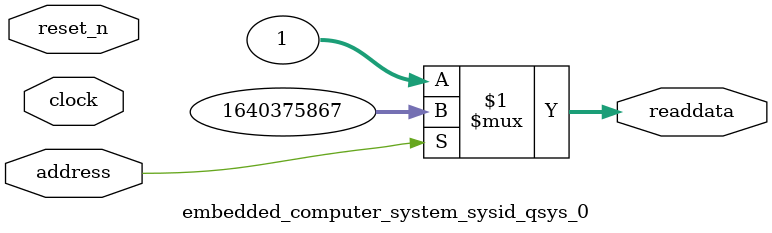
<source format=v>



// synthesis translate_off
`timescale 1ns / 1ps
// synthesis translate_on

// turn off superfluous verilog processor warnings 
// altera message_level Level1 
// altera message_off 10034 10035 10036 10037 10230 10240 10030 

module embedded_computer_system_sysid_qsys_0 (
               // inputs:
                address,
                clock,
                reset_n,

               // outputs:
                readdata
             )
;

  output  [ 31: 0] readdata;
  input            address;
  input            clock;
  input            reset_n;

  wire    [ 31: 0] readdata;
  //control_slave, which is an e_avalon_slave
  assign readdata = address ? 1640375867 : 1;

endmodule



</source>
